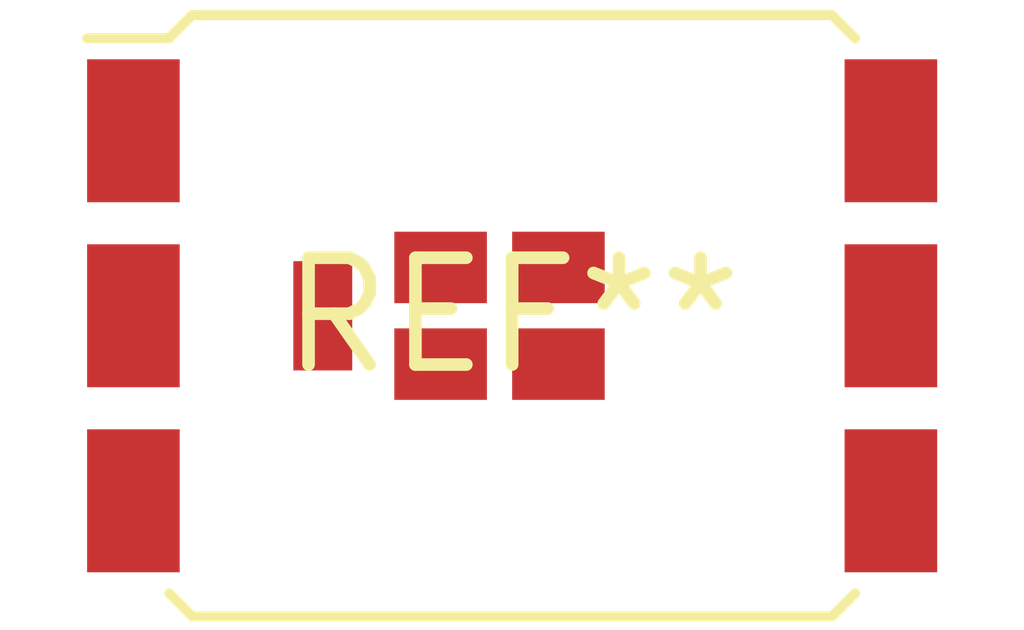
<source format=kicad_pcb>
(kicad_pcb (version 20240108) (generator pcbnew)
  (layers (0 "F.Cu" signal) (31 "B.Cu" signal) (34 "B.Paste" user) (35 "F.Paste" user) (36 "B.SilkS" user "B.Silkscreen") (37 "F.SilkS" user "F.Silkscreen") (38 "B.Mask" user) (39 "F.Mask" user) (44 "Edge.Cuts" user))
  (net 0 "")
  (footprint "DirectFET_L4" (layer "F.Cu") (at 0 0)
    (property "Reference" "REF**")
    (property "Value" "DirectFET_L4")
    (fp_line (start -5.05 -3.3) (end -4.075 -3.3) (layer "F.SilkS") (stroke (width 0.12)))
    (fp_line (start -4.075 -3.3) (end -3.8 -3.575) (layer "F.SilkS") (stroke (width 0.12)))
    (fp_line (start -4.075 3.3) (end -3.8 3.575) (layer "F.SilkS") (stroke (width 0.12)))
    (fp_line (start 3.8 -3.575) (end -3.8 -3.575) (layer "F.SilkS") (stroke (width 0.12)))
    (fp_line (start 3.8 3.575) (end -3.8 3.575) (layer "F.SilkS") (stroke (width 0.12)))
    (fp_line (start 4.075 -3.3) (end 3.8 -3.575) (layer "F.SilkS") (stroke (width 0.12)))
    (fp_line (start 4.075 3.3) (end 3.8 3.575) (layer "F.SilkS") (stroke (width 0.12)))
    (pad "1" smd rect (at -4.5 -2.2) (size 1.1 1.7) (layers "F.Cu" "F.Paste" "F.Mask"))
    (pad "1" smd rect (at -4.5 0) (size 1.1 1.7) (layers "F.Cu" "F.Paste" "F.Mask"))
    (pad "1" smd rect (at -4.5 2.2) (size 1.1 1.7) (layers "F.Cu" "F.Paste" "F.Mask"))
    (pad "1" smd rect (at 4.5 -2.2) (size 1.1 1.7) (layers "F.Cu" "F.Paste" "F.Mask"))
    (pad "1" smd rect (at 4.5 0) (size 1.1 1.7) (layers "F.Cu" "F.Paste" "F.Mask"))
    (pad "1" smd rect (at 4.5 2.2) (size 1.1 1.7) (layers "F.Cu" "F.Paste" "F.Mask"))
    (pad "2" smd rect (at -2.25 0) (size 0.7 1.3) (layers "F.Cu" "F.Paste" "F.Mask"))
    (pad "3" smd rect (at -0.85 -0.575) (size 1.1 0.85) (layers "F.Cu" "F.Paste" "F.Mask"))
    (pad "3" smd rect (at -0.85 0.575) (size 1.1 0.85) (layers "F.Cu" "F.Paste" "F.Mask"))
    (pad "3" smd rect (at 0.55 -0.575) (size 1.1 0.85) (layers "F.Cu" "F.Paste" "F.Mask"))
    (pad "3" smd rect (at 0.55 0.575) (size 1.1 0.85) (layers "F.Cu" "F.Paste" "F.Mask"))
  )
)
</source>
